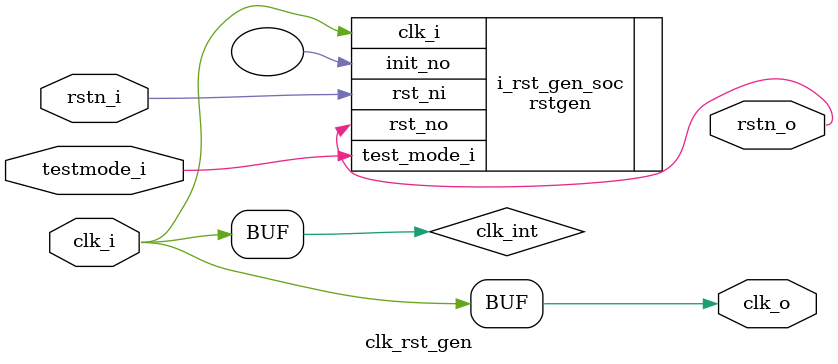
<source format=sv>


module clk_rst_gen
(
    input  logic                            clk_i,
    input  logic                            rstn_i,

    input  logic                            testmode_i,
    output logic                            clk_o,
    output logic                            rstn_o
);


  logic clk_int;
// 直接使用外部时钟作为内部时钟
  assign clk_int = clk_i;

  //----------------------------------------------------------------------------//
  // FLL
  //----------------------------------------------------------------------------//

//`ifdef ASIC

//`endif

  //----------------------------------------------------------------------------//
  // Reset synchronizer
  //----------------------------------------------------------------------------//
  rstgen i_rst_gen_soc
  (
      // PAD FRAME SIGNALS
      .clk_i               ( clk_int         ),
      .rst_ni              ( rstn_i          ),

      // TEST MODE
      .test_mode_i         ( testmode_i      ),

      // OUTPUT RESET
      .rst_no              ( rstn_o          ),
      .init_no             (                 )
  );
assign clk_o = clk_int;

endmodule

</source>
